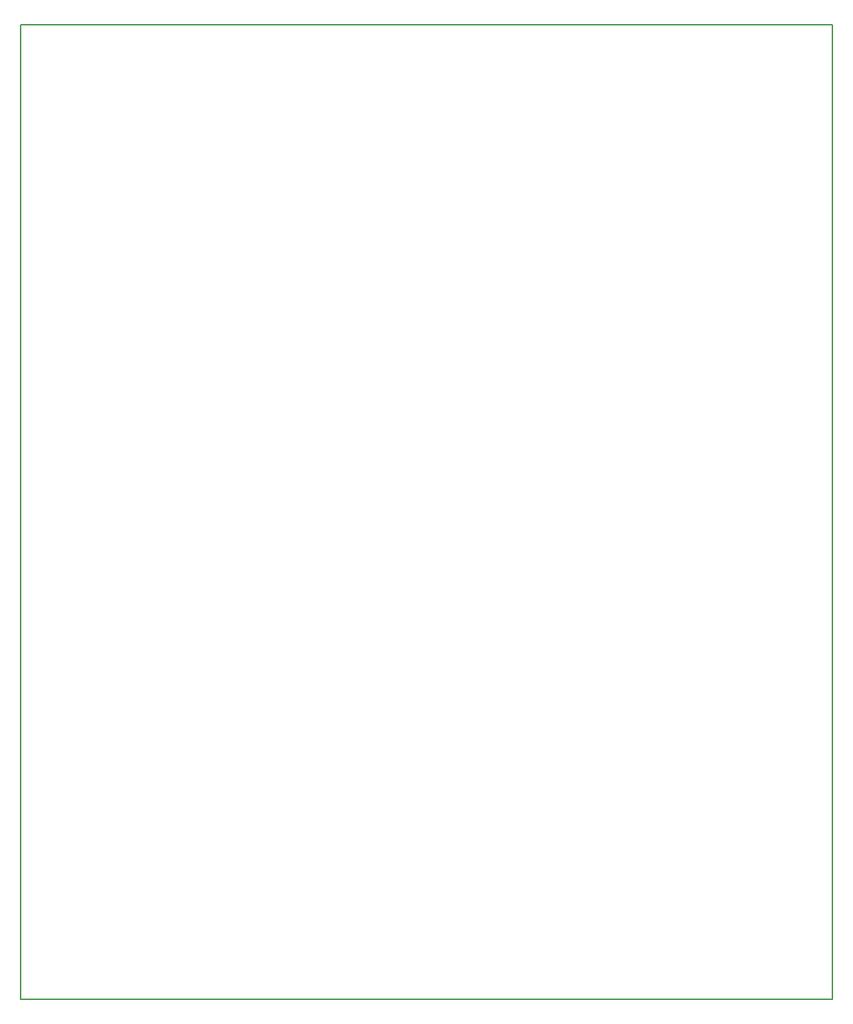
<source format=gbr>
G04 #@! TF.FileFunction,Profile,NP*
%FSLAX46Y46*%
G04 Gerber Fmt 4.6, Leading zero omitted, Abs format (unit mm)*
G04 Created by KiCad (PCBNEW 4.0.2-stable) date 1/6/2017 6:18:40 PM*
%MOMM*%
G01*
G04 APERTURE LIST*
%ADD10C,0.100000*%
%ADD11C,0.150000*%
G04 APERTURE END LIST*
D10*
D11*
X50000000Y-50000000D02*
X50000000Y-170000000D01*
X50000000Y-170000000D02*
X150000000Y-170000000D01*
X150000000Y-50000000D02*
X150000000Y-170000000D01*
X50000000Y-50000000D02*
X150000000Y-50000000D01*
M02*

</source>
